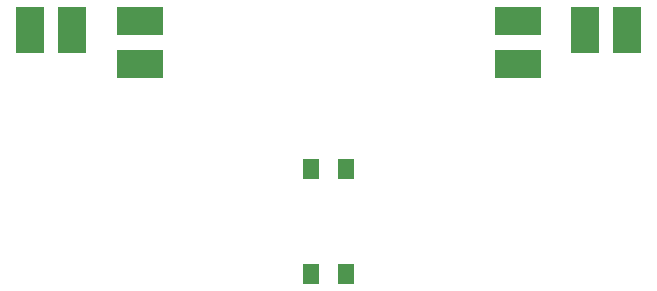
<source format=gbp>
G04 #@! TF.GenerationSoftware,KiCad,Pcbnew,7.0.1-3b83917a11~172~ubuntu22.04.1*
G04 #@! TF.CreationDate,2023-04-17T14:06:39+02:00*
G04 #@! TF.ProjectId,AcousticDetection_HW,41636f75-7374-4696-9344-657465637469,rev?*
G04 #@! TF.SameCoordinates,Original*
G04 #@! TF.FileFunction,Paste,Bot*
G04 #@! TF.FilePolarity,Positive*
%FSLAX46Y46*%
G04 Gerber Fmt 4.6, Leading zero omitted, Abs format (unit mm)*
G04 Created by KiCad (PCBNEW 7.0.1-3b83917a11~172~ubuntu22.04.1) date 2023-04-17 14:06:39*
%MOMM*%
%LPD*%
G01*
G04 APERTURE LIST*
G04 Aperture macros list*
%AMRoundRect*
0 Rectangle with rounded corners*
0 $1 Rounding radius*
0 $2 $3 $4 $5 $6 $7 $8 $9 X,Y pos of 4 corners*
0 Add a 4 corners polygon primitive as box body*
4,1,4,$2,$3,$4,$5,$6,$7,$8,$9,$2,$3,0*
0 Add four circle primitives for the rounded corners*
1,1,$1+$1,$2,$3*
1,1,$1+$1,$4,$5*
1,1,$1+$1,$6,$7*
1,1,$1+$1,$8,$9*
0 Add four rect primitives between the rounded corners*
20,1,$1+$1,$2,$3,$4,$5,0*
20,1,$1+$1,$4,$5,$6,$7,0*
20,1,$1+$1,$6,$7,$8,$9,0*
20,1,$1+$1,$8,$9,$2,$3,0*%
G04 Aperture macros list end*
%ADD10R,2.400000X4.000000*%
%ADD11R,4.000000X2.400000*%
%ADD12RoundRect,0.250001X0.462499X0.624999X-0.462499X0.624999X-0.462499X-0.624999X0.462499X-0.624999X0*%
G04 APERTURE END LIST*
D10*
X127468000Y-56360000D03*
X131068000Y-56360000D03*
D11*
X136761500Y-55596000D03*
X136761500Y-59196000D03*
D12*
X154226500Y-76966000D03*
X151251500Y-76966000D03*
D11*
X168761500Y-55596000D03*
X168761500Y-59196000D03*
D12*
X154226500Y-68076000D03*
X151251500Y-68076000D03*
D10*
X178068000Y-56360000D03*
X174468000Y-56360000D03*
M02*

</source>
